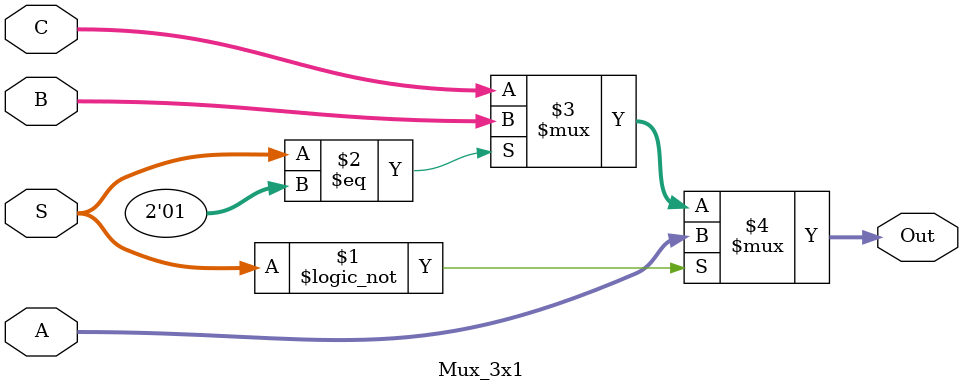
<source format=v>
`timescale 1ns / 1ps

module Mux_3x1(
    input [63:0] A,
    input [63:0] B,
    input [63:0] C,
    input [1:0] S,
    output [63:0] Out
    );
    assign Out = (S == 2'b00) ? A : (S == 2'b01) ? B : C;
endmodule
</source>
